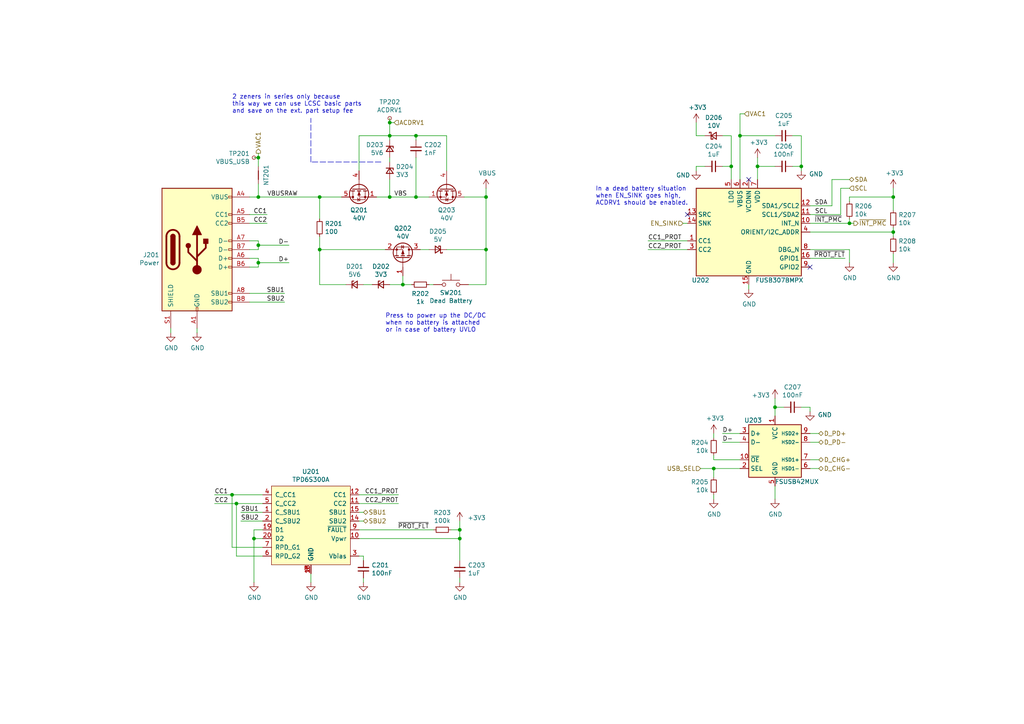
<source format=kicad_sch>
(kicad_sch (version 20211123) (generator eeschema)
  (paper "A4")
  (lib_symbols
    (symbol "Connector:TestPoint_Small" (pin_numbers hide) (pin_names (offset 0.762) hide)
      (property "Reference" "TP" (at 0 3.81 0))
      (property "Value" "TestPoint_Small" (at 0 2.032 0))
      (symbol "TestPoint_Small_0_1"
        (circle (center 0 0) (radius 0.508))
      )
      (symbol "TestPoint_Small_1_1"
        (pin passive line (at 0 0 90) (length 0) (name "1") (number "1"))
      )
    )
    (symbol "Connector:USB_C_Receptacle_USB2.0" (pin_names (offset 1.016))
      (property "Reference" "J" (at -10.16 19.05 0))
      (property "Value" "USB_C_Receptacle_USB2.0" (at 19.05 19.05 0))
      (symbol "USB_C_Receptacle_USB2.0_0_0"
        (rectangle (start -0.254 -17.78) (end 0.254 -16.764))
        (rectangle (start 10.16 -14.986) (end 9.144 -15.494))
        (rectangle (start 10.16 -12.446) (end 9.144 -12.954))
        (rectangle (start 10.16 -4.826) (end 9.144 -5.334))
        (rectangle (start 10.16 -2.286) (end 9.144 -2.794))
        (rectangle (start 10.16 0.254) (end 9.144 -0.254))
        (rectangle (start 10.16 2.794) (end 9.144 2.286))
        (rectangle (start 10.16 7.874) (end 9.144 7.366))
        (rectangle (start 10.16 10.414) (end 9.144 9.906))
        (rectangle (start 10.16 15.494) (end 9.144 14.986))
      )
      (symbol "USB_C_Receptacle_USB2.0_0_1"
        (rectangle (start -10.16 17.78) (end 10.16 -17.78) (stroke (width 0.254)) (fill (type background)))
        (arc (start -8.89 -3.81) (mid -6.985 -5.715) (end -5.08 -3.81) (stroke (width 0.508)))
        (arc (start -7.62 -3.81) (mid -6.985 -4.445) (end -6.35 -3.81) (stroke (width 0.254)))
        (arc (start -7.62 -3.81) (mid -6.985 -4.445) (end -6.35 -3.81) (stroke (width 0.254)) (fill (type outline)))
        (rectangle (start -7.62 -3.81) (end -6.35 3.81) (stroke (width 0.254)) (fill (type outline)))
        (arc (start -6.35 3.81) (mid -6.985 4.445) (end -7.62 3.81) (stroke (width 0.254)))
        (arc (start -6.35 3.81) (mid -6.985 4.445) (end -7.62 3.81) (stroke (width 0.254)) (fill (type outline)))
        (arc (start -5.08 3.81) (mid -6.985 5.715) (end -8.89 3.81) (stroke (width 0.508)))
        (circle (center -2.54 1.143) (radius 0.635) (stroke (width 0.254)) (fill (type outline)))
        (circle (center 0 -5.842) (radius 1.27) (fill (type outline)))
        (polyline (pts (xy -8.89 -3.81) (xy -8.89 3.81)) (stroke (width 0.508)))
        (polyline (pts (xy -5.08 3.81) (xy -5.08 -3.81)) (stroke (width 0.508)))
        (polyline (pts (xy 0 -5.842) (xy 0 4.318)) (stroke (width 0.508)))
        (polyline (pts (xy 0 -3.302) (xy -2.54 -0.762) (xy -2.54 0.508)) (stroke (width 0.508)))
        (polyline (pts (xy 0 -2.032) (xy 2.54 0.508) (xy 2.54 1.778)) (stroke (width 0.508)))
        (polyline (pts (xy -1.27 4.318) (xy 0 6.858) (xy 1.27 4.318) (xy -1.27 4.318)) (stroke (width 0.254)) (fill (type outline)))
        (rectangle (start 1.905 1.778) (end 3.175 3.048) (stroke (width 0.254)) (fill (type outline)))
      )
      (symbol "USB_C_Receptacle_USB2.0_1_1"
        (pin passive line (at 0 -22.86 90) (length 5.08) (name "GND") (number "A1"))
        (pin passive line (at 0 -22.86 90) (length 5.08) hide (name "GND") (number "A12"))
        (pin passive line (at 15.24 15.24 180) (length 5.08) (name "VBUS") (number "A4"))
        (pin bidirectional line (at 15.24 10.16 180) (length 5.08) (name "CC1") (number "A5"))
        (pin bidirectional line (at 15.24 -2.54 180) (length 5.08) (name "D+") (number "A6"))
        (pin bidirectional line (at 15.24 2.54 180) (length 5.08) (name "D-") (number "A7"))
        (pin bidirectional line (at 15.24 -12.7 180) (length 5.08) (name "SBU1") (number "A8"))
        (pin passive line (at 15.24 15.24 180) (length 5.08) hide (name "VBUS") (number "A9"))
        (pin passive line (at 0 -22.86 90) (length 5.08) hide (name "GND") (number "B1"))
        (pin passive line (at 0 -22.86 90) (length 5.08) hide (name "GND") (number "B12"))
        (pin passive line (at 15.24 15.24 180) (length 5.08) hide (name "VBUS") (number "B4"))
        (pin bidirectional line (at 15.24 7.62 180) (length 5.08) (name "CC2") (number "B5"))
        (pin bidirectional line (at 15.24 -5.08 180) (length 5.08) (name "D+") (number "B6"))
        (pin bidirectional line (at 15.24 0 180) (length 5.08) (name "D-") (number "B7"))
        (pin bidirectional line (at 15.24 -15.24 180) (length 5.08) (name "SBU2") (number "B8"))
        (pin passive line (at 15.24 15.24 180) (length 5.08) hide (name "VBUS") (number "B9"))
        (pin passive line (at -7.62 -22.86 90) (length 5.08) (name "SHIELD") (number "S1"))
      )
    )
    (symbol "Device:C_Small" (pin_numbers hide) (pin_names (offset 0.254) hide)
      (property "Reference" "C" (at 0.254 1.778 0))
      (property "Value" "C_Small" (at 0.254 -2.032 0))
      (symbol "C_Small_0_1"
        (polyline (pts (xy -1.524 -0.508) (xy 1.524 -0.508)) (stroke (width 0.3302)))
        (polyline (pts (xy -1.524 0.508) (xy 1.524 0.508)) (stroke (width 0.3048)))
      )
      (symbol "C_Small_1_1"
        (pin passive line (at 0 2.54 270) (length 2.032) (name "~") (number "1"))
        (pin passive line (at 0 -2.54 90) (length 2.032) (name "~") (number "2"))
      )
    )
    (symbol "Device:D_Schottky_Small" (pin_numbers hide) (pin_names (offset 0.254) hide)
      (property "Reference" "D" (at -1.27 2.032 0))
      (property "Value" "D_Schottky_Small" (at -7.112 -2.032 0))
      (symbol "D_Schottky_Small_0_1"
        (polyline (pts (xy -0.762 0) (xy 0.762 0)))
        (polyline (pts (xy 0.762 -1.016) (xy -0.762 0) (xy 0.762 1.016) (xy 0.762 -1.016)) (stroke (width 0.254)))
        (polyline (pts (xy -1.27 0.762) (xy -1.27 1.016) (xy -0.762 1.016) (xy -0.762 -1.016) (xy -0.254 -1.016) (xy -0.254 -0.762)) (stroke (width 0.254)))
      )
      (symbol "D_Schottky_Small_1_1"
        (pin passive line (at -2.54 0 0) (length 1.778) (name "K") (number "1"))
        (pin passive line (at 2.54 0 180) (length 1.778) (name "A") (number "2"))
      )
    )
    (symbol "Device:D_Zener_Small" (pin_numbers hide) (pin_names (offset 0.254) hide)
      (property "Reference" "D" (at 0 2.286 0))
      (property "Value" "D_Zener_Small" (at 0 -2.286 0))
      (symbol "D_Zener_Small_0_1"
        (polyline (pts (xy 0.762 0) (xy -0.762 0)))
        (polyline (pts (xy -0.254 1.016) (xy -0.762 1.016) (xy -0.762 -1.016)) (stroke (width 0.254)))
        (polyline (pts (xy 0.762 1.016) (xy -0.762 0) (xy 0.762 -1.016) (xy 0.762 1.016)) (stroke (width 0.254)))
      )
      (symbol "D_Zener_Small_1_1"
        (pin passive line (at -2.54 0 0) (length 1.778) (name "K") (number "1"))
        (pin passive line (at 2.54 0 180) (length 1.778) (name "A") (number "2"))
      )
    )
    (symbol "Device:NetTie_2" (pin_numbers hide) (pin_names (offset 0) hide)
      (property "Reference" "NT" (at 0 1.27 0))
      (property "Value" "NetTie_2" (at 0 -1.27 0))
      (symbol "NetTie_2_0_1"
        (polyline (pts (xy -1.27 0) (xy 1.27 0)) (stroke (width 0.254)))
      )
      (symbol "NetTie_2_1_1"
        (pin passive line (at -2.54 0 0) (length 2.54) (name "1") (number "1"))
        (pin passive line (at 2.54 0 180) (length 2.54) (name "2") (number "2"))
      )
    )
    (symbol "Device:Q_PMOS_GSD" (pin_names (offset 0) hide)
      (property "Reference" "Q" (at 5.08 1.27 0))
      (property "Value" "Q_PMOS_GSD" (at 5.08 -1.27 0))
      (symbol "Q_PMOS_GSD_0_1"
        (polyline (pts (xy 0.254 0) (xy -2.54 0)))
        (polyline (pts (xy 0.254 1.905) (xy 0.254 -1.905)) (stroke (width 0.254)))
        (polyline (pts (xy 0.762 -1.27) (xy 0.762 -2.286)) (stroke (width 0.254)))
        (polyline (pts (xy 0.762 0.508) (xy 0.762 -0.508)) (stroke (width 0.254)))
        (polyline (pts (xy 0.762 2.286) (xy 0.762 1.27)) (stroke (width 0.254)))
        (polyline (pts (xy 2.54 2.54) (xy 2.54 1.778)))
        (polyline (pts (xy 2.54 -2.54) (xy 2.54 0) (xy 0.762 0)))
        (polyline (pts (xy 0.762 1.778) (xy 3.302 1.778) (xy 3.302 -1.778) (xy 0.762 -1.778)))
        (polyline (pts (xy 2.286 0) (xy 1.27 0.381) (xy 1.27 -0.381) (xy 2.286 0)) (fill (type outline)))
        (polyline (pts (xy 2.794 -0.508) (xy 2.921 -0.381) (xy 3.683 -0.381) (xy 3.81 -0.254)))
        (polyline (pts (xy 3.302 -0.381) (xy 2.921 0.254) (xy 3.683 0.254) (xy 3.302 -0.381)))
        (circle (center 1.651 0) (radius 2.794) (stroke (width 0.254)))
        (circle (center 2.54 -1.778) (radius 0.254) (fill (type outline)))
        (circle (center 2.54 1.778) (radius 0.254) (fill (type outline)))
      )
      (symbol "Q_PMOS_GSD_1_1"
        (pin input line (at -5.08 0 0) (length 2.54) (name "G") (number "1"))
        (pin passive line (at 2.54 -5.08 90) (length 2.54) (name "S") (number "2"))
        (pin passive line (at 2.54 5.08 270) (length 2.54) (name "D") (number "3"))
      )
    )
    (symbol "Device:R_Small" (pin_numbers hide) (pin_names (offset 0.254) hide)
      (property "Reference" "R" (at 0.762 0.508 0))
      (property "Value" "R_Small" (at 0.762 -1.016 0))
      (symbol "R_Small_0_1"
        (rectangle (start -0.762 1.778) (end 0.762 -1.778) (stroke (width 0.2032)))
      )
      (symbol "R_Small_1_1"
        (pin passive line (at 0 2.54 270) (length 0.762) (name "~") (number "1"))
        (pin passive line (at 0 -2.54 90) (length 0.762) (name "~") (number "2"))
      )
    )
    (symbol "Interface_USB:FSUSB42MUX"
      (property "Reference" "U" (at -6.35 8.89 0))
      (property "Value" "FSUSB42MUX" (at 7.62 8.89 0))
      (symbol "FSUSB42MUX_0_1"
        (rectangle (start 7.62 7.62) (end -7.62 -7.62) (stroke (width 0.254)) (fill (type background)))
      )
      (symbol "FSUSB42MUX_1_1"
        (pin power_in line (at 0 10.16 270) (length 2.54) (name "VCC") (number "1"))
        (pin input line (at -10.16 -2.54 0) (length 2.54) (name "~{OE}") (number "10"))
        (pin input line (at -10.16 -5.08 0) (length 2.54) (name "SEL") (number "2"))
        (pin bidirectional line (at -10.16 5.08 0) (length 2.54) (name "D+") (number "3"))
        (pin bidirectional line (at -10.16 2.54 0) (length 2.54) (name "D-") (number "4"))
        (pin power_in line (at 0 -10.16 90) (length 2.54) (name "GND") (number "5"))
        (pin bidirectional line (at 10.16 -5.08 180) (length 2.54) (name "HSD1-") (number "6"))
        (pin bidirectional line (at 10.16 -2.54 180) (length 2.54) (name "HSD1+") (number "7"))
        (pin bidirectional line (at 10.16 2.54 180) (length 2.54) (name "HSD2-") (number "8"))
        (pin bidirectional line (at 10.16 5.08 180) (length 2.54) (name "HSD2+") (number "9"))
      )
    )
    (symbol "Interface_USB:FUSB307BMPX"
      (property "Reference" "U" (at -15.24 13.97 0))
      (property "Value" "FUSB307BMPX" (at 6.35 13.97 0))
      (symbol "FUSB307BMPX_0_1"
        (rectangle (start -15.24 12.7) (end 15.24 -12.7) (stroke (width 0.254)) (fill (type background)))
      )
      (symbol "FUSB307BMPX_1_1"
        (pin bidirectional line (at 17.78 -2.54 180) (length 2.54) (name "CC1") (number "1"))
        (pin open_collector line (at -17.78 2.54 0) (length 2.54) (name "INT_N") (number "10"))
        (pin bidirectional line (at -17.78 5.08 0) (length 2.54) (name "SCL1/SDA2") (number "11"))
        (pin bidirectional line (at -17.78 7.62 0) (length 2.54) (name "SDA1/SCL2") (number "12"))
        (pin output line (at 17.78 5.08 180) (length 2.54) (name "SRC") (number "13"))
        (pin output line (at 17.78 2.54 180) (length 2.54) (name "SNK") (number "14"))
        (pin power_in line (at 0 -15.24 90) (length 2.54) (name "GND") (number "15"))
        (pin bidirectional line (at -17.78 -7.62 0) (length 2.54) (name "GPIO1") (number "16"))
        (pin passive line (at 0 -15.24 90) (length 2.54) hide (name "GND") (number "17"))
        (pin power_in line (at 0 15.24 270) (length 2.54) (name "VCONN") (number "2"))
        (pin bidirectional line (at 17.78 -5.08 180) (length 2.54) (name "CC2") (number "3"))
        (pin tri_state line (at -17.78 0 0) (length 2.54) (name "ORIENT/I2C_ADDR") (number "4"))
        (pin power_out line (at 5.08 15.24 270) (length 2.54) (name "LDO") (number "5"))
        (pin power_in line (at 2.54 15.24 270) (length 2.54) (name "VBUS") (number "6"))
        (pin power_in line (at -2.54 15.24 270) (length 2.54) (name "VDD") (number "7"))
        (pin open_collector line (at -17.78 -5.08 0) (length 2.54) (name "DBG_N") (number "8"))
        (pin bidirectional line (at -17.78 -10.16 0) (length 2.54) (name "GPIO2") (number "9"))
      )
    )
    (symbol "Switch:SW_Push" (pin_numbers hide) (pin_names (offset 1.016) hide)
      (property "Reference" "SW" (at 1.27 2.54 0))
      (property "Value" "SW_Push" (at 0 -1.524 0))
      (symbol "SW_Push_0_1"
        (circle (center -2.032 0) (radius 0.508))
        (polyline (pts (xy 0 1.27) (xy 0 3.048)))
        (polyline (pts (xy 2.54 1.27) (xy -2.54 1.27)))
        (circle (center 2.032 0) (radius 0.508))
        (pin passive line (at -5.08 0 0) (length 2.54) (name "1") (number "1"))
        (pin passive line (at 5.08 0 180) (length 2.54) (name "2") (number "2"))
      )
    )
    (symbol "Transistor_FET:Si7336ADP" (pin_names hide)
      (property "Reference" "Q" (at 5.08 1.905 0))
      (property "Value" "Si7336ADP" (at 5.08 0 0))
      (symbol "Si7336ADP_0_1"
        (polyline (pts (xy 0.254 0) (xy -2.54 0)))
        (polyline (pts (xy 0.254 1.905) (xy 0.254 -1.905)) (stroke (width 0.254)))
        (polyline (pts (xy 0.762 -1.27) (xy 0.762 -2.286)) (stroke (width 0.254)))
        (polyline (pts (xy 0.762 0.508) (xy 0.762 -0.508)) (stroke (width 0.254)))
        (polyline (pts (xy 0.762 2.286) (xy 0.762 1.27)) (stroke (width 0.254)))
        (polyline (pts (xy 2.54 2.54) (xy 2.54 1.778)))
        (polyline (pts (xy 2.54 -2.54) (xy 2.54 0) (xy 0.762 0)))
        (polyline (pts (xy 0.762 -1.778) (xy 3.302 -1.778) (xy 3.302 1.778) (xy 0.762 1.778)))
        (polyline (pts (xy 1.016 0) (xy 2.032 0.381) (xy 2.032 -0.381) (xy 1.016 0)) (fill (type outline)))
        (polyline (pts (xy 2.794 0.508) (xy 2.921 0.381) (xy 3.683 0.381) (xy 3.81 0.254)))
        (polyline (pts (xy 3.302 0.381) (xy 2.921 -0.254) (xy 3.683 -0.254) (xy 3.302 0.381)))
        (circle (center 1.651 0) (radius 2.794) (stroke (width 0.254)))
        (circle (center 2.54 -1.778) (radius 0.254) (fill (type outline)))
        (circle (center 2.54 1.778) (radius 0.254) (fill (type outline)))
      )
      (symbol "Si7336ADP_1_1"
        (pin passive line (at 2.54 -5.08 90) (length 2.54) (name "S") (number "1"))
        (pin passive line (at 2.54 -5.08 90) (length 2.54) hide (name "S") (number "2"))
        (pin passive line (at 2.54 -5.08 90) (length 2.54) hide (name "S") (number "3"))
        (pin input line (at -5.08 0 0) (length 2.54) (name "G") (number "4"))
        (pin passive line (at 2.54 5.08 270) (length 2.54) (name "D") (number "5"))
      )
    )
    (symbol "meansOfCircuitDesign:TPD6S300A" (pin_names (offset 1.016))
      (property "Reference" "U" (at 0 11.43 0))
      (property "Value" "TPD6S300A" (at 0 13.97 0))
      (symbol "TPD6S300A_0_1"
        (rectangle (start 11.43 10.16) (end -11.43 -12.7) (fill (type background)))
      )
      (symbol "TPD6S300A_1_1"
        (pin bidirectional line (at -13.97 2.54 0) (length 2.54) (name "C_SBU1") (number "1"))
        (pin passive line (at 13.97 -5.08 180) (length 2.54) (name "Vpwr") (number "10"))
        (pin bidirectional line (at 13.97 5.08 180) (length 2.54) (name "CC2") (number "11"))
        (pin bidirectional line (at 13.97 7.62 180) (length 2.54) (name "CC1") (number "12"))
        (pin passive line (at 0 -15.24 90) (length 2.54) (name "GND") (number "13"))
        (pin bidirectional line (at 13.97 0 180) (length 2.54) (name "SBU2") (number "14"))
        (pin bidirectional line (at 13.97 2.54 180) (length 2.54) (name "SBU1") (number "15"))
        (pin passive line (at 0 -15.24 90) (length 2.54) hide (name "NC") (number "16"))
        (pin passive line (at 0 -15.24 90) (length 2.54) hide (name "NC") (number "17"))
        (pin passive line (at 0 -15.24 90) (length 2.54) (name "GND") (number "18"))
        (pin passive line (at -13.97 -2.54 0) (length 2.54) (name "D1") (number "19"))
        (pin bidirectional line (at -13.97 0 0) (length 2.54) (name "C_SBU2") (number "2"))
        (pin passive line (at -13.97 -5.08 0) (length 2.54) (name "D2") (number "20"))
        (pin passive line (at 0 -15.24 90) (length 2.54) hide (name "Thermal_Pad") (number "21"))
        (pin passive line (at 13.97 -10.16 180) (length 2.54) (name "Vbias") (number "3"))
        (pin bidirectional line (at -13.97 7.62 0) (length 2.54) (name "C_CC1") (number "4"))
        (pin bidirectional line (at -13.97 5.08 0) (length 2.54) (name "C_CC2") (number "5"))
        (pin bidirectional line (at -13.97 -10.16 0) (length 2.54) (name "RPD_G2") (number "6"))
        (pin bidirectional line (at -13.97 -7.62 0) (length 2.54) (name "RPD_G1") (number "7"))
        (pin passive line (at 0 -15.24 90) (length 2.54) (name "GND") (number "8"))
        (pin passive line (at 13.97 -2.54 180) (length 2.54) (name "~{FAULT}") (number "9"))
      )
    )
    (symbol "power:+3V3" (power) (pin_names (offset 0))
      (property "Value" "+3V3" (at 0 3.556 0))
      (symbol "+3V3_0_1"
        (polyline (pts (xy -0.762 1.27) (xy 0 2.54)))
        (polyline (pts (xy 0 0) (xy 0 2.54)))
        (polyline (pts (xy 0 2.54) (xy 0.762 1.27)))
      )
      (symbol "+3V3_1_1"
        (pin power_in line (at 0 0 90) (length 0) hide (name "+3V3") (number "1"))
      )
    )
    (symbol "power:GND" (power) (pin_names (offset 0))
      (property "Value" "GND" (at 0 -3.81 0))
      (symbol "GND_0_1"
        (polyline (pts (xy 0 0) (xy 0 -1.27) (xy 1.27 -1.27) (xy 0 -2.54) (xy -1.27 -1.27) (xy 0 -1.27)))
      )
      (symbol "GND_1_1"
        (pin power_in line (at 0 0 270) (length 0) hide (name "GND") (number "1"))
      )
    )
    (symbol "power:VBUS" (power) (pin_names (offset 0))
      (property "Value" "VBUS" (at 0 3.81 0))
      (symbol "VBUS_0_1"
        (polyline (pts (xy -0.762 1.27) (xy 0 2.54)))
        (polyline (pts (xy 0 0) (xy 0 2.54)))
        (polyline (pts (xy 0 2.54) (xy 0.762 1.27)))
      )
      (symbol "VBUS_1_1"
        (pin power_in line (at 0 0 90) (length 0) hide (name "VBUS") (number "1"))
      )
    )
  )
  (junction (at 113.03 35.56))
  (junction (at 92.71 57.15))
  (junction (at 259.08 57.15))
  (junction (at 232.41 48.26))
  (junction (at 116.84 82.55))
  (junction (at 140.97 57.15))
  (junction (at 224.79 118.11))
  (junction (at 67.31 143.51))
  (junction (at 212.09 48.26))
  (junction (at 113.03 57.15))
  (junction (at 133.35 153.67))
  (junction (at 140.97 72.39))
  (junction (at 74.93 76.2))
  (junction (at 113.03 39.37))
  (junction (at 120.65 57.15))
  (junction (at 74.93 57.15))
  (junction (at 74.93 71.12))
  (junction (at 133.35 156.21))
  (junction (at 219.71 48.26))
  (junction (at 92.71 72.39))
  (junction (at 120.65 39.37))
  (junction (at 246.38 64.77))
  (junction (at 73.66 156.21))
  (junction (at 74.93 45.72))
  (junction (at 214.63 39.37))
  (junction (at 207.01 135.89))
  (junction (at 259.08 67.31))
  (junction (at 68.58 146.05))
  (no_connect (at 217.17 52.07))
  (no_connect (at 199.39 62.23))
  (no_connect (at 234.95 77.47))
  (wire (pts (xy 76.2 153.67) (xy 73.66 153.67)))
  (wire (pts (xy 74.93 45.72) (xy 74.93 48.26)))
  (wire (pts (xy 72.39 64.77) (xy 77.47 64.77)))
  (wire (pts (xy 234.95 64.77) (xy 246.38 64.77)))
  (wire (pts (xy 187.96 69.85) (xy 199.39 69.85)))
  (wire (pts (xy 241.3 52.07) (xy 246.38 52.07)))
  (wire (pts (xy 125.73 82.55) (xy 124.46 82.55)))
  (wire (pts (xy 207.01 135.89) (xy 203.2 135.89)))
  (wire (pts (xy 246.38 76.2) (xy 246.38 72.39)))
  (wire (pts (xy 245.11 74.93) (xy 234.95 74.93)))
  (wire (pts (xy 234.95 119.38) (xy 234.95 118.11)))
  (wire (pts (xy 259.08 57.15) (xy 259.08 60.96)))
  (wire (pts (xy 201.93 39.37) (xy 204.47 39.37)))
  (wire (pts (xy 72.39 74.93) (xy 74.93 74.93)))
  (wire (pts (xy 229.87 39.37) (xy 232.41 39.37)))
  (wire (pts (xy 133.35 167.64) (xy 133.35 168.91)))
  (wire (pts (xy 234.95 118.11) (xy 232.41 118.11)))
  (wire (pts (xy 92.71 72.39) (xy 111.76 72.39)))
  (wire (pts (xy 207.01 133.35) (xy 214.63 133.35)))
  (wire (pts (xy 68.58 161.29) (xy 76.2 161.29)))
  (wire (pts (xy 77.47 62.23) (xy 72.39 62.23)))
  (wire (pts (xy 113.03 39.37) (xy 120.65 39.37)))
  (wire (pts (xy 215.9 33.02) (xy 214.63 33.02)))
  (wire (pts (xy 104.14 39.37) (xy 113.03 39.37)))
  (wire (pts (xy 207.01 125.73) (xy 207.01 127)))
  (wire (pts (xy 209.55 125.73) (xy 214.63 125.73)))
  (wire (pts (xy 74.93 45.72) (xy 73.66 45.72)))
  (wire (pts (xy 113.03 35.56) (xy 114.3 35.56)))
  (wire (pts (xy 113.03 40.64) (xy 113.03 39.37)))
  (wire (pts (xy 69.85 151.13) (xy 76.2 151.13)))
  (wire (pts (xy 243.84 54.61) (xy 246.38 54.61)))
  (wire (pts (xy 74.93 74.93) (xy 74.93 76.2)))
  (wire (pts (xy 232.41 49.53) (xy 232.41 48.26)))
  (wire (pts (xy 57.15 96.52) (xy 57.15 95.25)))
  (wire (pts (xy 83.82 71.12) (xy 74.93 71.12)))
  (wire (pts (xy 214.63 39.37) (xy 214.63 52.07)))
  (wire (pts (xy 105.41 161.29) (xy 104.14 161.29)))
  (wire (pts (xy 120.65 57.15) (xy 124.46 57.15)))
  (wire (pts (xy 74.93 71.12) (xy 74.93 69.85)))
  (wire (pts (xy 105.41 148.59) (xy 104.14 148.59)))
  (wire (pts (xy 76.2 158.75) (xy 67.31 158.75)))
  (wire (pts (xy 212.09 39.37) (xy 212.09 48.26)))
  (wire (pts (xy 130.81 153.67) (xy 133.35 153.67)))
  (wire (pts (xy 129.54 39.37) (xy 129.54 49.53)))
  (wire (pts (xy 219.71 52.07) (xy 219.71 48.26)))
  (wire (pts (xy 243.84 62.23) (xy 243.84 54.61)))
  (wire (pts (xy 116.84 82.55) (xy 119.38 82.55)))
  (wire (pts (xy 209.55 48.26) (xy 212.09 48.26)))
  (wire (pts (xy 104.14 151.13) (xy 105.41 151.13)))
  (wire (pts (xy 121.92 72.39) (xy 124.46 72.39)))
  (wire (pts (xy 232.41 48.26) (xy 229.87 48.26)))
  (wire (pts (xy 246.38 57.15) (xy 246.38 58.42)))
  (wire (pts (xy 113.03 57.15) (xy 120.65 57.15)))
  (wire (pts (xy 234.95 62.23) (xy 243.84 62.23)))
  (wire (pts (xy 113.03 39.37) (xy 113.03 35.56)))
  (wire (pts (xy 83.82 76.2) (xy 74.93 76.2)))
  (wire (pts (xy 113.03 45.72) (xy 113.03 46.99)))
  (polyline (pts (xy 110.49 46.99) (xy 90.17 46.99)))
  (wire (pts (xy 76.2 148.59) (xy 69.85 148.59)))
  (wire (pts (xy 82.55 87.63) (xy 72.39 87.63)))
  (wire (pts (xy 72.39 72.39) (xy 74.93 72.39)))
  (wire (pts (xy 49.53 96.52) (xy 49.53 95.25)))
  (wire (pts (xy 129.54 72.39) (xy 140.97 72.39)))
  (wire (pts (xy 133.35 153.67) (xy 133.35 156.21)))
  (wire (pts (xy 224.79 39.37) (xy 214.63 39.37)))
  (wire (pts (xy 234.95 135.89) (xy 237.49 135.89)))
  (wire (pts (xy 224.79 48.26) (xy 219.71 48.26)))
  (wire (pts (xy 62.23 143.51) (xy 67.31 143.51)))
  (wire (pts (xy 259.08 66.04) (xy 259.08 67.31)))
  (wire (pts (xy 237.49 125.73) (xy 234.95 125.73)))
  (wire (pts (xy 214.63 33.02) (xy 214.63 39.37)))
  (wire (pts (xy 115.57 143.51) (xy 104.14 143.51)))
  (polyline (pts (xy 90.17 46.99) (xy 90.17 34.29)))
  (wire (pts (xy 74.93 53.34) (xy 74.93 57.15)))
  (wire (pts (xy 92.71 72.39) (xy 92.71 68.58)))
  (wire (pts (xy 92.71 82.55) (xy 92.71 72.39)))
  (wire (pts (xy 105.41 168.91) (xy 105.41 167.64)))
  (wire (pts (xy 73.66 156.21) (xy 73.66 168.91)))
  (wire (pts (xy 234.95 59.69) (xy 241.3 59.69)))
  (wire (pts (xy 113.03 35.56) (xy 113.03 34.29)))
  (wire (pts (xy 212.09 39.37) (xy 209.55 39.37)))
  (wire (pts (xy 259.08 57.15) (xy 246.38 57.15)))
  (wire (pts (xy 105.41 162.56) (xy 105.41 161.29)))
  (wire (pts (xy 125.73 153.67) (xy 104.14 153.67)))
  (wire (pts (xy 116.84 80.01) (xy 116.84 82.55)))
  (wire (pts (xy 120.65 40.64) (xy 120.65 39.37)))
  (wire (pts (xy 209.55 128.27) (xy 214.63 128.27)))
  (wire (pts (xy 212.09 48.26) (xy 212.09 52.07)))
  (wire (pts (xy 237.49 133.35) (xy 234.95 133.35)))
  (wire (pts (xy 247.65 64.77) (xy 246.38 64.77)))
  (wire (pts (xy 74.93 45.72) (xy 74.93 44.45)))
  (wire (pts (xy 133.35 162.56) (xy 133.35 156.21)))
  (wire (pts (xy 224.79 118.11) (xy 224.79 120.65)))
  (wire (pts (xy 259.08 76.2) (xy 259.08 73.66)))
  (wire (pts (xy 201.93 35.56) (xy 201.93 39.37)))
  (wire (pts (xy 219.71 48.26) (xy 219.71 45.72)))
  (wire (pts (xy 224.79 118.11) (xy 224.79 115.57)))
  (wire (pts (xy 227.33 118.11) (xy 224.79 118.11)))
  (wire (pts (xy 207.01 144.78) (xy 207.01 143.51)))
  (wire (pts (xy 92.71 57.15) (xy 99.06 57.15)))
  (wire (pts (xy 68.58 146.05) (xy 68.58 161.29)))
  (wire (pts (xy 187.96 72.39) (xy 199.39 72.39)))
  (wire (pts (xy 92.71 63.5) (xy 92.71 57.15)))
  (wire (pts (xy 241.3 59.69) (xy 241.3 52.07)))
  (wire (pts (xy 201.93 49.53) (xy 201.93 48.26)))
  (wire (pts (xy 68.58 146.05) (xy 62.23 146.05)))
  (wire (pts (xy 74.93 77.47) (xy 72.39 77.47)))
  (wire (pts (xy 67.31 158.75) (xy 67.31 143.51)))
  (wire (pts (xy 74.93 72.39) (xy 74.93 71.12)))
  (wire (pts (xy 201.93 48.26) (xy 204.47 48.26)))
  (wire (pts (xy 67.31 143.51) (xy 76.2 143.51)))
  (wire (pts (xy 140.97 54.61) (xy 140.97 57.15)))
  (wire (pts (xy 120.65 45.72) (xy 120.65 57.15)))
  (wire (pts (xy 207.01 132.08) (xy 207.01 133.35)))
  (wire (pts (xy 72.39 57.15) (xy 74.93 57.15)))
  (wire (pts (xy 76.2 156.21) (xy 73.66 156.21)))
  (wire (pts (xy 198.12 64.77) (xy 199.39 64.77)))
  (wire (pts (xy 246.38 63.5) (xy 246.38 64.77)))
  (wire (pts (xy 134.62 57.15) (xy 140.97 57.15)))
  (wire (pts (xy 113.03 82.55) (xy 116.84 82.55)))
  (wire (pts (xy 113.03 52.07) (xy 113.03 57.15)))
  (wire (pts (xy 74.93 57.15) (xy 92.71 57.15)))
  (wire (pts (xy 224.79 144.78) (xy 224.79 140.97)))
  (wire (pts (xy 72.39 85.09) (xy 82.55 85.09)))
  (wire (pts (xy 217.17 83.82) (xy 217.17 82.55)))
  (wire (pts (xy 207.01 135.89) (xy 207.01 138.43)))
  (wire (pts (xy 104.14 156.21) (xy 133.35 156.21)))
  (wire (pts (xy 92.71 82.55) (xy 100.33 82.55)))
  (wire (pts (xy 73.66 153.67) (xy 73.66 156.21)))
  (wire (pts (xy 120.65 39.37) (xy 129.54 39.37)))
  (wire (pts (xy 115.57 146.05) (xy 104.14 146.05)))
  (wire (pts (xy 140.97 72.39) (xy 140.97 57.15)))
  (wire (pts (xy 234.95 67.31) (xy 259.08 67.31)))
  (wire (pts (xy 135.89 82.55) (xy 140.97 82.55)))
  (wire (pts (xy 214.63 135.89) (xy 207.01 135.89)))
  (wire (pts (xy 133.35 151.13) (xy 133.35 153.67)))
  (wire (pts (xy 109.22 57.15) (xy 113.03 57.15)))
  (wire (pts (xy 76.2 146.05) (xy 68.58 146.05)))
  (wire (pts (xy 140.97 82.55) (xy 140.97 72.39)))
  (wire (pts (xy 259.08 67.31) (xy 259.08 68.58)))
  (wire (pts (xy 74.93 69.85) (xy 72.39 69.85)))
  (wire (pts (xy 259.08 54.61) (xy 259.08 57.15)))
  (wire (pts (xy 105.41 82.55) (xy 107.95 82.55)))
  (wire (pts (xy 246.38 72.39) (xy 234.95 72.39)))
  (wire (pts (xy 90.17 168.91) (xy 90.17 166.37)))
  (wire (pts (xy 74.93 76.2) (xy 74.93 77.47)))
  (wire (pts (xy 234.95 128.27) (xy 237.49 128.27)))
  (wire (pts (xy 232.41 39.37) (xy 232.41 48.26)))
  (wire (pts (xy 104.14 49.53) (xy 104.14 39.37)))
  (text "2 zeners in series only because\nthis way we can use LCSC basic parts\nand save on the ext. part setup fee" (at 67.31 33.02 0) (effects (font (size 1.27 1.27)) (justify left bottom)))
  (text "In a dead battery situation\nwhen EN_SINK goes high,\nACDRV1 should be enabled." (at 172.72 59.69 0) (effects (font (size 1.27 1.27)) (justify left bottom)))
  (text "Press to power up the DC/DC \nwhen no battery is attached\nor in case of battery UVLO" (at 111.76 96.52 0) (effects (font (size 1.27 1.27)) (justify left bottom)))
  (label "SBU1" (at 82.55 85.09 180))
  (label "~{INT_PMC}" (at 236.22 64.77 0))
  (label "VBUSRAW" (at 77.47 57.15 0))
  (label "CC1_PROT" (at 115.57 143.51 180))
  (label "SDA" (at 240.03 59.69 180))
  (label "VBS" (at 114.3 57.15 0))
  (label "D+" (at 209.55 125.73 0))
  (label "CC1" (at 77.47 62.23 180))
  (label "CC2" (at 62.23 146.05 0))
  (label "CC2_PROT" (at 115.57 146.05 180))
  (label "D-" (at 83.82 71.12 180))
  (label "CC1" (at 62.23 143.51 0))
  (label "SBU1" (at 69.85 148.59 0))
  (label "D-" (at 209.55 128.27 0))
  (label "~{PROT_FLT}" (at 124.46 153.67 180))
  (label "CC2_PROT" (at 187.96 72.39 0))
  (label "CC1_PROT" (at 187.96 69.85 0))
  (label "SCL" (at 240.03 62.23 180))
  (label "D+" (at 83.82 76.2 180))
  (label "SBU2" (at 69.85 151.13 0))
  (label "SBU2" (at 82.55 87.63 180))
  (label "~{PROT_FLT}" (at 245.11 74.93 180))
  (label "CC2" (at 77.47 64.77 180))
  (hierarchical_label "USB_SEL" (shape input) (at 203.2 135.89 180))
  (hierarchical_label "SCL" (shape input) (at 246.38 54.61 0))
  (hierarchical_label "VAC1" (shape input) (at 215.9 33.02 0))
  (hierarchical_label "ACDRV1" (shape input) (at 114.3 35.56 0))
  (hierarchical_label "SBU1" (shape bidirectional) (at 105.41 148.59 0))
  (hierarchical_label "EN_SINK" (shape input) (at 198.12 64.77 180))
  (hierarchical_label "~{INT_PMC}" (shape output) (at 247.65 64.77 0))
  (hierarchical_label "D_PD+" (shape bidirectional) (at 237.49 125.73 0))
  (hierarchical_label "VAC1" (shape output) (at 74.93 44.45 90))
  (hierarchical_label "D_CHG-" (shape bidirectional) (at 237.49 135.89 0))
  (hierarchical_label "SDA" (shape bidirectional) (at 246.38 52.07 0))
  (hierarchical_label "SBU2" (shape bidirectional) (at 105.41 151.13 0))
  (hierarchical_label "D_PD-" (shape bidirectional) (at 237.49 128.27 0))
  (hierarchical_label "D_CHG+" (shape bidirectional) (at 237.49 133.35 0))
  (symbol (lib_id "Device:D_Schottky_Small") (at 127 72.39 180) (unit 1)
    (property "Reference" "D205" (at 127 67.1322 0))
    (property "Value" "5V" (at 127 69.4436 0))
    (property "Footprint" "Diode_SMD:D_SOD-123" (effects hide))
    (property "Datasheet" "https://datasheet.lcsc.com/szlcsc/Changjiang-Electronics-Tech-CJ-B5819W_C8598.pdf" (effects hide))
    (property "MPN" "B5819W" (effects hide))
    (property "JLC" "SOD-123" (effects hide))
    (property "LCSC" "C8598" (effects hide))
  )
  (symbol (lib_id "Device:Q_PMOS_GSD") (at 116.84 74.93 270) (mirror x) (unit 1)
    (property "Reference" "Q202" (at 116.84 66.2432 90))
    (property "Value" "40V" (at 116.84 68.5546 90))
    (property "Footprint" "Package_TO_SOT_SMD:SOT-23" (effects hide))
    (property "Datasheet" "https://datasheet.lcsc.com/szlcsc/Alpha-Omega-Semicon-AOS-AO3401A_C15127.pdf" (effects hide))
    (property "MPN" "AO3401" (effects hide))
    (property "JLC" "SOT-23-3L" (effects hide))
    (property "LCSC" "C15127" (effects hide))
  )
  (symbol (lib_id "Device:NetTie_2") (at 74.93 50.8 270) (unit 1)
    (property "Reference" "NT201" (at 77.1906 50.8 0))
    (property "Value" "UwU" (effects hide))
    (property "Footprint" "NetTie:NetTie-2_SMD_Pad0.5mm" (effects hide))
    (property "MPN" "DNP" (effects hide))
  )
  (symbol (lib_id "Connector:USB_C_Receptacle_USB2.0") (at 57.15 72.39 0) (unit 1)
    (property "Reference" "J201" (at 46.2534 73.9394 0) (effects (justify right)))
    (property "Value" "Power" (at 46.2534 76.2508 0) (effects (justify right)))
    (property "Footprint" "Automated:USB_C_Receptacle_XKB_U262-16XN-4BVC11" (effects hide))
    (property "Datasheet" "https://www.usb.org/sites/default/files/documents/usb_type-c.zip" (effects hide))
  )
  (symbol (lib_id "power:VBUS") (at 140.97 54.61 0) (unit 1)
    (property "Reference" "#PWR0208" (effects hide))
    (property "Value" "VBUS" (at 141.351 50.2158 0))
  )
  (symbol (lib_id "Transistor_FET:Si7336ADP") (at 104.14 54.61 90) (mirror x) (unit 1)
    (property "Reference" "Q201" (at 104.14 60.9346 90))
    (property "Value" "40V" (at 104.14 63.246 90))
    (property "Footprint" "Automated:Vishay_PowerPAK_1212-8_Single" (effects hide))
    (property "MPN" "SiSS10ADN" (effects hide))
  )
  (symbol (lib_id "Transistor_FET:Si7336ADP") (at 129.54 54.61 270) (unit 1)
    (property "Reference" "Q203" (at 129.54 60.9346 90))
    (property "Value" "40V" (at 129.54 63.246 90))
    (property "Footprint" "Automated:Vishay_PowerPAK_1212-8_Single" (effects hide))
    (property "MPN" "SiSS10ADN" (effects hide))
  )
  (symbol (lib_id "Device:C_Small") (at 120.65 43.18 0) (unit 1)
    (property "Reference" "C202" (at 122.9868 42.0116 0) (effects (justify left)))
    (property "Value" "1nF" (at 122.9868 44.323 0) (effects (justify left)))
    (property "Footprint" "Capacitor_SMD:C_0402_1005Metric" (effects hide))
    (property "JLC" "0402" (effects hide))
    (property "LCSC" "C1523" (effects hide))
  )
  (symbol (lib_id "meansOfCircuitDesign:TPD6S300A") (at 90.17 151.13 0) (unit 1)
    (property "Reference" "U201" (at 90.17 136.779 0))
    (property "Value" "TPD6S300A" (at 90.17 139.0904 0))
    (property "Footprint" "Automated:QFN-20-1EP_3x3mm_P0.4mm_EP1.65x1.65mm" (effects hide))
    (property "Datasheet" "https://www.ti.com/lit/ds/symlink/tpd6s300a.pdf" (effects hide))
    (property "MPN" "TPD6S300ARUKR" (effects hide))
  )
  (symbol (lib_id "power:GND") (at 90.17 168.91 0) (unit 1)
    (property "Reference" "#PWR0204" (effects hide))
    (property "Value" "GND" (at 90.297 173.3042 0))
  )
  (symbol (lib_id "power:GND") (at 73.66 168.91 0) (unit 1)
    (property "Reference" "#PWR0203" (effects hide))
    (property "Value" "GND" (at 73.787 173.3042 0))
  )
  (symbol (lib_id "Device:C_Small") (at 105.41 165.1 180) (unit 1)
    (property "Reference" "C201" (at 107.7468 163.9316 0) (effects (justify right)))
    (property "Value" "100nF" (at 107.7468 166.243 0) (effects (justify right)))
    (property "Footprint" "Capacitor_SMD:C_0603_1608Metric" (effects hide))
    (property "JLC" "0603" (effects hide))
    (property "LCSC" "C14663" (effects hide))
    (property "MPN" "CC0603KRX7R9BB104" (effects hide))
  )
  (symbol (lib_id "power:GND") (at 105.41 168.91 0) (unit 1)
    (property "Reference" "#PWR0205" (effects hide))
    (property "Value" "GND" (at 105.537 173.3042 0))
  )
  (symbol (lib_id "power:+3V3") (at 133.35 151.13 0) (unit 1)
    (property "Reference" "#PWR0206" (effects hide))
    (property "Value" "+3V3" (at 135.5852 150.1902 0) (effects (justify left)))
  )
  (symbol (lib_id "Device:C_Small") (at 133.35 165.1 180) (unit 1)
    (property "Reference" "C203" (at 135.6868 163.9316 0) (effects (justify right)))
    (property "Value" "1uF" (at 135.6868 166.243 0) (effects (justify right)))
    (property "Footprint" "Capacitor_SMD:C_0603_1608Metric" (effects hide))
    (property "Datasheet" "https://datasheet.lcsc.com/szlcsc/Samsung-Electro-Mechanics-CL10A105KB8NNNC_C15849.pdf" (effects hide))
    (property "LCSC" "C15849" (effects hide))
    (property "JLC" "0603" (effects hide))
    (property "MPN" "CL10A105KB8NNNC" (effects hide))
  )
  (symbol (lib_id "power:GND") (at 133.35 168.91 0) (unit 1)
    (property "Reference" "#PWR0207" (effects hide))
    (property "Value" "GND" (at 133.477 173.3042 0))
  )
  (symbol (lib_id "power:GND") (at 57.15 96.52 0) (unit 1)
    (property "Reference" "#PWR0202" (effects hide))
    (property "Value" "GND" (at 57.277 100.9142 0))
  )
  (symbol (lib_id "power:GND") (at 49.53 96.52 0) (unit 1)
    (property "Reference" "#PWR0201" (effects hide))
    (property "Value" "GND" (at 49.657 100.9142 0))
  )
  (symbol (lib_id "Device:R_Small") (at 128.27 153.67 270) (unit 1)
    (property "Reference" "R203" (at 128.27 148.6916 90))
    (property "Value" "100k" (at 128.27 151.003 90))
    (property "Footprint" "Resistor_SMD:R_0402_1005Metric" (effects hide))
    (property "JLC" "0402" (effects hide))
    (property "LCSC" "C25741" (effects hide))
  )
  (symbol (lib_id "Interface_USB:FUSB307BMPX") (at 217.17 67.31 0) (mirror y) (unit 1)
    (property "Reference" "U202" (at 203.2 81.28 0))
    (property "Value" "FUSB307BMPX" (at 226.06 81.28 0))
    (property "Footprint" "Package_DFN_QFN:WQFN-16-1EP_3x3mm_P0.5mm_EP1.75x1.75mm" (effects hide))
    (property "Datasheet" "http://www.onsemi.com/pub/Collateral/FUSB307B-D.PDF" (effects hide))
  )
  (symbol (lib_id "power:+3V3") (at 219.71 45.72 0) (unit 1)
    (property "Reference" "#PWR0214" (effects hide))
    (property "Value" "+3V3" (at 220.091 41.3258 0))
  )
  (symbol (lib_id "Device:C_Small") (at 227.33 39.37 90) (unit 1)
    (property "Reference" "C205" (at 227.33 33.5534 90))
    (property "Value" "1uF" (at 227.33 35.8648 90))
    (property "Footprint" "Capacitor_SMD:C_0603_1608Metric" (effects hide))
    (property "LCSC" "C15849" (effects hide))
    (property "JLC" "0603" (effects hide))
  )
  (symbol (lib_id "Device:C_Small") (at 227.33 48.26 270) (unit 1)
    (property "Reference" "C206" (at 227.33 42.4434 90))
    (property "Value" "100nF" (at 227.33 44.7548 90))
    (property "Footprint" "Capacitor_SMD:C_0603_1608Metric" (effects hide))
    (property "JLC" "0603" (effects hide))
    (property "LCSC" "C14663" (effects hide))
    (property "MPN" "CC0603KRX7R9BB104" (effects hide))
  )
  (symbol (lib_id "power:GND") (at 232.41 49.53 0) (unit 1)
    (property "Reference" "#PWR0217" (effects hide))
    (property "Value" "GND" (at 234.6452 50.4698 0) (effects (justify left)))
  )
  (symbol (lib_id "power:GND") (at 217.17 83.82 0) (unit 1)
    (property "Reference" "#PWR0213" (effects hide))
    (property "Value" "GND" (at 217.297 88.2142 0))
  )
  (symbol (lib_id "power:GND") (at 201.93 49.53 0) (unit 1)
    (property "Reference" "#PWR0210" (effects hide))
    (property "Value" "GND" (at 198.12 50.8 0))
  )
  (symbol (lib_id "Device:D_Schottky_Small") (at 207.01 39.37 0) (unit 1)
    (property "Reference" "D206" (at 207.01 34.1122 0))
    (property "Value" "10V" (at 207.01 36.4236 0))
    (property "Footprint" "Diode_SMD:D_SOD-123" (effects hide))
    (property "MPN" "B5819W" (effects hide))
    (property "LCSC" "C8598" (effects hide))
    (property "JLC" "SOD-123" (effects hide))
  )
  (symbol (lib_id "Device:C_Small") (at 207.01 48.26 270) (unit 1)
    (property "Reference" "C204" (at 207.01 42.4434 90))
    (property "Value" "1uF" (at 207.01 44.7548 90))
    (property "Footprint" "Capacitor_SMD:C_0603_1608Metric" (effects hide))
  )
  (symbol (lib_id "power:+3V3") (at 201.93 35.56 0) (unit 1)
    (property "Reference" "#PWR0209" (effects hide))
    (property "Value" "+3V3" (at 202.311 31.1658 0))
  )
  (symbol (lib_id "power:GND") (at 246.38 76.2 0) (unit 1)
    (property "Reference" "#PWR0219" (effects hide))
    (property "Value" "GND" (at 246.507 80.5942 0))
  )
  (symbol (lib_id "Device:R_Small") (at 259.08 71.12 180) (unit 1)
    (property "Reference" "R208" (at 260.5786 69.9516 0) (effects (justify right)))
    (property "Value" "10k" (at 260.5786 72.263 0) (effects (justify right)))
    (property "Footprint" "Resistor_SMD:R_0603_1608Metric" (effects hide))
    (property "MPN" "DNP" (effects hide))
    (property "JLC" "0603" (effects hide))
    (property "LCSC" "C25804" (effects hide))
  )
  (symbol (lib_id "power:GND") (at 259.08 76.2 0) (unit 1)
    (property "Reference" "#PWR0221" (effects hide))
    (property "Value" "GND" (at 259.207 80.5942 0))
  )
  (symbol (lib_id "power:+3V3") (at 259.08 54.61 0) (unit 1)
    (property "Reference" "#PWR0220" (effects hide))
    (property "Value" "+3V3" (at 259.461 50.2158 0))
  )
  (symbol (lib_id "Device:R_Small") (at 246.38 60.96 180) (unit 1)
    (property "Reference" "R206" (at 247.8786 59.7916 0) (effects (justify right)))
    (property "Value" "10k" (at 247.8786 62.103 0) (effects (justify right)))
    (property "Footprint" "Resistor_SMD:R_0402_1005Metric" (effects hide))
    (property "JLC" "0402" (effects hide))
    (property "LCSC" "C25744" (effects hide))
  )
  (symbol (lib_id "Device:R_Small") (at 259.08 63.5 180) (unit 1)
    (property "Reference" "R207" (at 260.5786 62.3316 0) (effects (justify right)))
    (property "Value" "10k" (at 260.5786 64.643 0) (effects (justify right)))
    (property "Footprint" "Resistor_SMD:R_0603_1608Metric" (effects hide))
    (property "MPN" "DNP" (effects hide))
    (property "JLC" "0603" (effects hide))
    (property "LCSC" "C25804" (effects hide))
  )
  (symbol (lib_id "Connector:TestPoint_Small") (at 73.66 45.72 0) (unit 1)
    (property "Reference" "TP201" (at 72.4662 44.5516 0) (effects (justify right)))
    (property "Value" "VBUS_USB" (at 72.4662 46.863 0) (effects (justify right)))
    (property "Footprint" "TestPoint:TestPoint_THTPad_D2.0mm_Drill1.0mm" (effects hide))
  )
  (symbol (lib_id "Connector:TestPoint_Small") (at 113.03 34.29 0) (unit 1)
    (property "Reference" "TP202" (at 113.03 29.591 0))
    (property "Value" "ACDRV1" (at 113.03 31.9024 0))
    (property "Footprint" "TestPoint:TestPoint_THTPad_D2.0mm_Drill1.0mm" (effects hide))
  )
  (symbol (lib_id "Interface_USB:FSUSB42MUX") (at 224.79 130.81 0) (unit 1)
    (property "Reference" "U203" (at 218.44 121.92 0))
    (property "Value" "FSUSB42MUX" (at 231.14 139.7 0))
    (property "Footprint" "Package_SO:MSOP-10_3x3mm_P0.5mm" (effects hide))
    (property "Datasheet" "https://www.onsemi.com/pub/Collateral/FSUSB42-D.PDF" (effects hide))
    (property "JLC" "MSOP-10_3.0x3.0x0.5P" (effects hide))
    (property "LCSC" "C11355" (effects hide))
    (property "MPN" "FSUSB42MUX" (effects hide))
  )
  (symbol (lib_id "power:GND") (at 224.79 144.78 0) (unit 1)
    (property "Reference" "#PWR0216" (effects hide))
    (property "Value" "GND" (at 224.917 149.1742 0))
  )
  (symbol (lib_id "Device:C_Small") (at 229.87 118.11 270) (unit 1)
    (property "Reference" "C207" (at 229.87 112.2934 90))
    (property "Value" "100nF" (at 229.87 114.6048 90))
    (property "Footprint" "Capacitor_SMD:C_0402_1005Metric" (effects hide))
    (property "JLC" "0402" (effects hide))
  )
  (symbol (lib_id "power:GND") (at 234.95 119.38 0) (unit 1)
    (property "Reference" "#PWR0218" (effects hide))
    (property "Value" "GND" (at 237.1852 120.3198 0) (effects (justify left)))
  )
  (symbol (lib_id "power:+3V3") (at 224.79 115.57 0) (unit 1)
    (property "Reference" "#PWR0215" (effects hide))
    (property "Value" "+3V3" (at 223.3168 114.6302 0) (effects (justify right)))
  )
  (symbol (lib_id "power:+3V3") (at 207.01 125.73 0) (unit 1)
    (property "Reference" "#PWR0211" (effects hide))
    (property "Value" "+3V3" (at 207.391 121.3358 0))
  )
  (symbol (lib_id "Device:R_Small") (at 207.01 129.54 0) (unit 1)
    (property "Reference" "R204" (at 205.5114 128.3716 0) (effects (justify right)))
    (property "Value" "10k" (at 205.5114 130.683 0) (effects (justify right)))
    (property "Footprint" "Resistor_SMD:R_0603_1608Metric" (effects hide))
    (property "JLC" "0603" (effects hide))
    (property "LCSC" "C25804" (effects hide))
  )
  (symbol (lib_id "Device:R_Small") (at 207.01 140.97 0) (unit 1)
    (property "Reference" "R205" (at 205.5114 139.8016 0) (effects (justify right)))
    (property "Value" "10k" (at 205.5114 142.113 0) (effects (justify right)))
    (property "Footprint" "Resistor_SMD:R_0603_1608Metric" (effects hide))
    (property "JLC" "0603" (effects hide))
    (property "LCSC" "C25804" (effects hide))
  )
  (symbol (lib_id "power:GND") (at 207.01 144.78 0) (unit 1)
    (property "Reference" "#PWR0212" (effects hide))
    (property "Value" "GND" (at 207.137 149.1742 0))
  )
  (symbol (lib_id "Device:R_Small") (at 121.92 82.55 270) (unit 1)
    (property "Reference" "R202" (at 121.92 85.1916 90))
    (property "Value" "1k" (at 121.92 87.503 90))
    (property "Footprint" "Resistor_SMD:R_0603_1608Metric" (effects hide))
    (property "MPN" "0603WAF1001T5E" (effects hide))
    (property "JLC" "0603" (effects hide))
    (property "LCSC" "C21190" (effects hide))
  )
  (symbol (lib_id "Switch:SW_Push") (at 130.81 82.55 0) (unit 1)
    (property "Reference" "SW201" (at 130.81 84.9122 0))
    (property "Value" "Dead Battery" (at 130.81 87.2236 0))
    (property "Footprint" "Automated:SW_SPST_PTS636_G" (effects hide))
  )
  (symbol (lib_id "Device:R_Small") (at 92.71 66.04 0) (unit 1)
    (property "Reference" "R201" (at 94.2086 64.8716 0) (effects (justify left)))
    (property "Value" "100" (at 94.2086 67.183 0) (effects (justify left)))
    (property "Footprint" "Resistor_SMD:R_1206_3216Metric" (effects hide))
    (property "Datasheet" "https://datasheet.lcsc.com/szlcsc/Uniroyal-Elec-1206W4F1000T5E_C17901.pdf" (effects hide))
    (property "MPN" "1206W4F1000T5E" (effects hide))
    (property "JLC" "1206" (effects hide))
    (property "LCSC" "C17901" (effects hide))
  )
  (symbol (lib_id "Device:D_Zener_Small") (at 102.87 82.55 0) (unit 1)
    (property "Reference" "D201" (at 102.87 77.2922 0))
    (property "Value" "5V6" (at 102.87 79.6036 0))
    (property "Footprint" "Diode_SMD:D_MiniMELF" (effects hide))
    (property "Datasheet" "https://datasheet.lcsc.com/szlcsc/Semtech-ZMM5V6_C8062.pdf" (effects hide))
    (property "JLC" "LL-34" (effects hide))
    (property "LCSC" "C8062" (effects hide))
    (property "MPN" "ZMM5V6" (effects hide))
  )
  (symbol (lib_id "Device:D_Zener_Small") (at 110.49 82.55 0) (unit 1)
    (property "Reference" "D202" (at 110.49 77.2922 0))
    (property "Value" "3V3" (at 110.49 79.6036 0))
    (property "Footprint" "Diode_SMD:D_MiniMELF" (effects hide))
    (property "Datasheet" "https://datasheet.lcsc.com/szlcsc/1812121407_Semtech-ZMM3V3_C8056.pdf" (effects hide))
    (property "JLC" "LL-34" (effects hide))
    (property "LCSC" "C8056" (effects hide))
    (property "MPN" "ZMM3V3" (effects hide))
  )
  (symbol (lib_id "Device:D_Zener_Small") (at 113.03 43.18 270) (unit 1)
    (property "Reference" "D203" (at 111.252 42.0116 90) (effects (justify right)))
    (property "Value" "5V6" (at 111.252 44.323 90) (effects (justify right)))
    (property "Footprint" "Diode_SMD:D_MiniMELF" (effects hide))
    (property "Datasheet" "https://datasheet.lcsc.com/szlcsc/Semtech-ZMM5V6_C8062.pdf" (effects hide))
    (property "JLC" "LL-34" (effects hide))
    (property "LCSC" "C8062" (effects hide))
    (property "MPN" "ZMM5V6" (effects hide))
  )
  (symbol (lib_id "Device:D_Zener_Small") (at 113.03 49.53 270) (unit 1)
    (property "Reference" "D204" (at 114.808 48.3616 90) (effects (justify left)))
    (property "Value" "3V3" (at 114.808 50.673 90) (effects (justify left)))
    (property "Footprint" "Diode_SMD:D_MiniMELF" (effects hide))
    (property "Datasheet" "https://datasheet.lcsc.com/szlcsc/1812121407_Semtech-ZMM3V3_C8056.pdf" (effects hide))
    (property "JLC" "LL-34" (effects hide))
    (property "LCSC" "C8056" (effects hide))
    (property "MPN" "ZMM3V3" (effects hide))
  )
)
</source>
